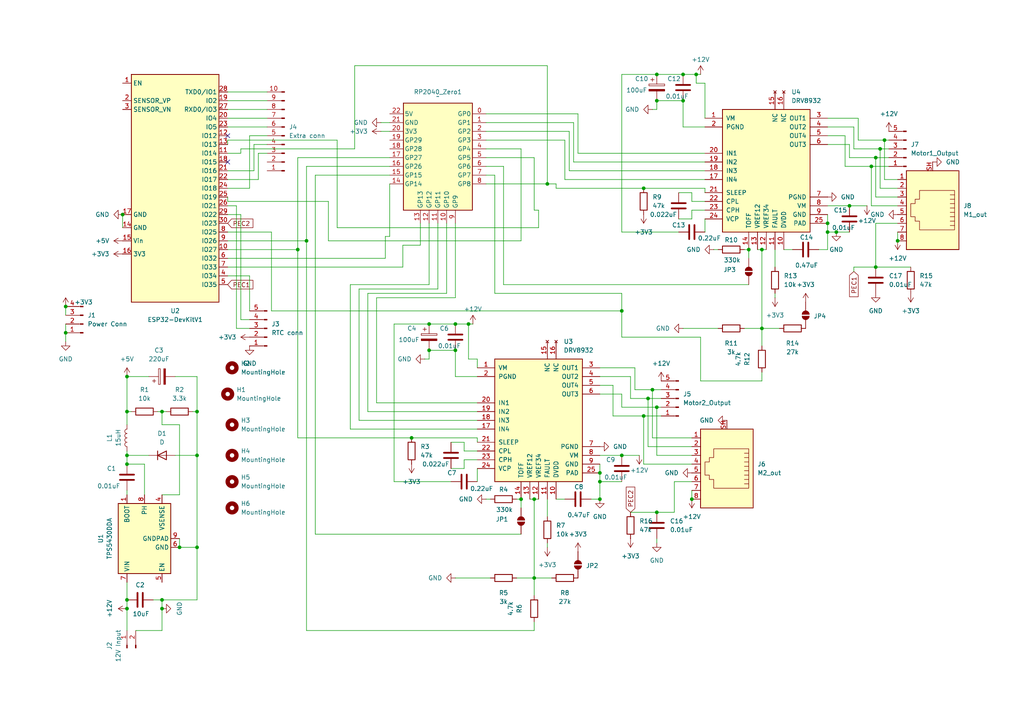
<source format=kicad_sch>
(kicad_sch (version 20231120) (generator "eeschema") (generator_version "8.0")
  (paper "A4")
  (junction (at 19.05 88.9))
  (junction (at 186.69 54.61))
  (junction (at 190.5 29.21))
  (junction (at 36.83 119.38))
  (junction (at 36.83 132.08))
  (junction (at 189.23 113.03))
  (junction (at 255.27 43.18))
  (junction (at 260.35 69.85))
  (junction (at 240.03 64.77))
  (junction (at 36.83 109.22))
  (junction (at 173.99 137.16))
  (junction (at 201.93 21.59))
  (junction (at 246.38 59.69))
  (junction (at 132.08 93.98))
  (junction (at 187.96 115.57))
  (junction (at 190.5 148.59))
  (junction (at 252.73 48.26))
  (junction (at 240.03 67.31))
  (junction (at 254 45.72))
  (junction (at 135.89 93.98))
  (junction (at 180.34 132.08))
  (junction (at 57.15 158.75))
  (junction (at 242.57 67.31))
  (junction (at 220.98 72.39))
  (junction (at 200.66 144.78))
  (junction (at 158.75 53.34))
  (junction (at 46.99 176.53))
  (junction (at 52.07 158.75))
  (junction (at 217.17 72.39))
  (junction (at 88.9 69.85))
  (junction (at 254 77.47))
  (junction (at 190.5 21.59))
  (junction (at 220.98 95.25))
  (junction (at 132.08 101.6))
  (junction (at 19.05 96.52))
  (junction (at 46.99 173.99))
  (junction (at 124.46 93.98))
  (junction (at 173.99 144.78))
  (junction (at 57.15 132.08))
  (junction (at 36.83 176.53))
  (junction (at 86.36 72.39))
  (junction (at 198.12 29.21))
  (junction (at 154.94 167.64))
  (junction (at 46.99 119.38))
  (junction (at 35.56 62.23))
  (junction (at 256.54 40.64))
  (junction (at 151.13 144.78))
  (junction (at 198.12 21.59))
  (junction (at 36.83 134.62))
  (junction (at 190.5 118.11))
  (junction (at 57.15 119.38))
  (junction (at 36.83 173.99))
  (junction (at 124.46 101.6))
  (junction (at 119.38 127))
  (junction (at 180.34 90.17))
  (junction (at 173.99 139.7))
  (junction (at 154.94 144.78))
  (junction (at 186.69 120.65))
  (no_connect (at 66.04 39.37))
  (no_connect (at 66.04 46.99))
  (wire (pts (xy 66.04 44.45) (xy 69.85 44.45)))
  (wire (pts (xy 88.9 182.88) (xy 154.94 182.88)))
  (wire (pts (xy 186.69 120.65) (xy 191.77 120.65)))
  (wire (pts (xy 166.37 46.99) (xy 204.47 46.99)))
  (wire (pts (xy 220.98 95.25) (xy 220.98 100.33)))
  (wire (pts (xy 134.62 133.35) (xy 134.62 135.89)))
  (wire (pts (xy 248.92 40.64) (xy 248.92 34.29)))
  (wire (pts (xy 132.08 86.36) (xy 109.22 86.36)))
  (wire (pts (xy 254 57.15) (xy 254 45.72)))
  (wire (pts (xy 240.03 72.39) (xy 240.03 67.31)))
  (wire (pts (xy 74.93 52.07) (xy 66.04 52.07)))
  (wire (pts (xy 45.72 119.38) (xy 46.99 119.38)))
  (wire (pts (xy 196.85 55.88) (xy 200.66 55.88)))
  (wire (pts (xy 72.39 54.61) (xy 66.04 54.61)))
  (wire (pts (xy 46.99 182.88) (xy 46.99 176.53)))
  (wire (pts (xy 151.13 43.18) (xy 140.97 43.18)))
  (wire (pts (xy 247.65 43.18) (xy 255.27 43.18)))
  (wire (pts (xy 57.15 158.75) (xy 52.07 158.75)))
  (wire (pts (xy 52.07 143.51) (xy 52.07 123.19)))
  (wire (pts (xy 171.45 144.78) (xy 173.99 144.78)))
  (wire (pts (xy 204.47 55.88) (xy 204.47 54.61)))
  (wire (pts (xy 180.34 118.11) (xy 190.5 118.11)))
  (wire (pts (xy 140.97 33.02) (xy 167.64 33.02)))
  (wire (pts (xy 204.47 36.83) (xy 198.12 36.83)))
  (wire (pts (xy 113.03 45.72) (xy 86.36 45.72)))
  (wire (pts (xy 189.23 113.03) (xy 191.77 113.03)))
  (wire (pts (xy 177.8 111.76) (xy 173.99 111.76)))
  (wire (pts (xy 140.97 144.78) (xy 142.24 144.78)))
  (wire (pts (xy 66.04 74.93) (xy 111.76 74.93)))
  (wire (pts (xy 173.99 132.08) (xy 180.34 132.08)))
  (wire (pts (xy 68.58 95.25) (xy 68.58 59.69)))
  (wire (pts (xy 189.23 127) (xy 189.23 113.03)))
  (wire (pts (xy 246.38 45.72) (xy 254 45.72)))
  (wire (pts (xy 173.99 137.16) (xy 173.99 139.7)))
  (wire (pts (xy 240.03 59.69) (xy 246.38 59.69)))
  (wire (pts (xy 72.39 90.17) (xy 72.39 80.01)))
  (wire (pts (xy 35.56 62.23) (xy 35.56 66.04)))
  (wire (pts (xy 134.62 135.89) (xy 130.81 135.89)))
  (wire (pts (xy 19.05 96.52) (xy 19.05 99.06)))
  (wire (pts (xy 113.03 35.56) (xy 110.49 35.56)))
  (wire (pts (xy 88.9 69.85) (xy 88.9 182.88)))
  (wire (pts (xy 39.37 182.88) (xy 46.99 182.88)))
  (wire (pts (xy 55.88 119.38) (xy 57.15 119.38)))
  (wire (pts (xy 156.21 60.96) (xy 156.21 66.04)))
  (wire (pts (xy 41.91 143.51) (xy 41.91 134.62)))
  (wire (pts (xy 154.94 60.96) (xy 156.21 60.96)))
  (wire (pts (xy 69.85 44.45) (xy 69.85 43.18)))
  (wire (pts (xy 224.79 72.39) (xy 224.79 77.47)))
  (wire (pts (xy 149.86 144.78) (xy 151.13 144.78)))
  (wire (pts (xy 198.12 36.83) (xy 198.12 29.21)))
  (wire (pts (xy 207.01 72.39) (xy 208.28 72.39)))
  (wire (pts (xy 97.79 40.64) (xy 66.04 40.64)))
  (wire (pts (xy 69.85 62.23) (xy 69.85 92.71)))
  (wire (pts (xy 201.93 21.59) (xy 201.93 24.13)))
  (wire (pts (xy 154.94 180.34) (xy 154.94 182.88)))
  (wire (pts (xy 66.04 69.85) (xy 88.9 69.85)))
  (wire (pts (xy 138.43 135.89) (xy 138.43 139.7)))
  (wire (pts (xy 161.29 54.61) (xy 161.29 53.34)))
  (wire (pts (xy 66.04 67.31) (xy 78.74 67.31)))
  (wire (pts (xy 138.43 104.14) (xy 135.89 104.14)))
  (wire (pts (xy 215.9 72.39) (xy 217.17 72.39)))
  (wire (pts (xy 72.39 80.01) (xy 66.04 80.01)))
  (wire (pts (xy 113.03 68.58) (xy 113.03 53.34)))
  (wire (pts (xy 134.62 130.81) (xy 138.43 130.81)))
  (wire (pts (xy 106.68 119.38) (xy 138.43 119.38)))
  (wire (pts (xy 180.34 139.7) (xy 173.99 139.7)))
  (wire (pts (xy 36.83 130.81) (xy 36.83 132.08)))
  (wire (pts (xy 158.75 19.05) (xy 158.75 53.34)))
  (wire (pts (xy 220.98 95.25) (xy 226.06 95.25)))
  (wire (pts (xy 97.79 66.04) (xy 97.79 40.64)))
  (wire (pts (xy 217.17 72.39) (xy 217.17 74.93)))
  (wire (pts (xy 180.34 21.59) (xy 190.5 21.59)))
  (wire (pts (xy 190.5 156.21) (xy 190.5 157.48)))
  (wire (pts (xy 66.04 29.21) (xy 77.47 29.21)))
  (wire (pts (xy 254 64.77) (xy 254 77.47)))
  (wire (pts (xy 57.15 132.08) (xy 57.15 158.75)))
  (wire (pts (xy 177.8 120.65) (xy 177.8 111.76)))
  (wire (pts (xy 254 77.47) (xy 264.16 77.47)))
  (wire (pts (xy 200.66 129.54) (xy 187.96 129.54)))
  (wire (pts (xy 184.15 113.03) (xy 189.23 113.03)))
  (wire (pts (xy 156.21 66.04) (xy 97.79 66.04)))
  (wire (pts (xy 129.54 64.77) (xy 129.54 85.09)))
  (wire (pts (xy 68.58 95.25) (xy 72.39 95.25)))
  (wire (pts (xy 36.83 142.24) (xy 36.83 143.51)))
  (wire (pts (xy 46.99 119.38) (xy 48.26 119.38)))
  (wire (pts (xy 260.35 54.61) (xy 255.27 54.61)))
  (wire (pts (xy 151.13 69.85) (xy 95.25 69.85)))
  (wire (pts (xy 190.5 31.75) (xy 190.5 29.21)))
  (wire (pts (xy 203.2 110.49) (xy 220.98 110.49)))
  (wire (pts (xy 245.11 39.37) (xy 240.03 39.37)))
  (wire (pts (xy 195.58 148.59) (xy 190.5 148.59)))
  (wire (pts (xy 91.44 154.94) (xy 151.13 154.94)))
  (wire (pts (xy 46.99 143.51) (xy 52.07 143.51)))
  (wire (pts (xy 247.65 36.83) (xy 240.03 36.83)))
  (wire (pts (xy 219.71 72.39) (xy 220.98 72.39)))
  (wire (pts (xy 187.96 129.54) (xy 187.96 115.57)))
  (wire (pts (xy 101.6 82.55) (xy 101.6 124.46)))
  (wire (pts (xy 135.89 104.14) (xy 135.89 93.98)))
  (wire (pts (xy 44.45 173.99) (xy 46.99 173.99)))
  (wire (pts (xy 66.04 49.53) (xy 73.66 49.53)))
  (wire (pts (xy 119.38 127) (xy 138.43 127)))
  (wire (pts (xy 182.88 148.59) (xy 190.5 148.59)))
  (wire (pts (xy 190.5 118.11) (xy 191.77 118.11)))
  (wire (pts (xy 260.35 52.07) (xy 256.54 52.07)))
  (wire (pts (xy 36.83 176.53) (xy 36.83 173.99)))
  (wire (pts (xy 166.37 35.56) (xy 166.37 46.99)))
  (wire (pts (xy 255.27 43.18) (xy 257.81 43.18)))
  (wire (pts (xy 198.12 95.25) (xy 208.28 95.25)))
  (wire (pts (xy 248.92 40.64) (xy 256.54 40.64)))
  (wire (pts (xy 151.13 43.18) (xy 151.13 69.85)))
  (wire (pts (xy 151.13 144.78) (xy 151.13 147.32)))
  (wire (pts (xy 78.74 90.17) (xy 180.34 90.17)))
  (wire (pts (xy 180.34 114.3) (xy 173.99 114.3)))
  (wire (pts (xy 66.04 36.83) (xy 77.47 36.83)))
  (wire (pts (xy 246.38 41.91) (xy 240.03 41.91)))
  (wire (pts (xy 57.15 119.38) (xy 57.15 132.08)))
  (wire (pts (xy 124.46 82.55) (xy 101.6 82.55)))
  (wire (pts (xy 200.66 127) (xy 189.23 127)))
  (wire (pts (xy 109.22 116.84) (xy 138.43 116.84)))
  (wire (pts (xy 196.85 67.31) (xy 180.34 67.31)))
  (wire (pts (xy 201.93 24.13) (xy 204.47 24.13)))
  (wire (pts (xy 165.1 49.53) (xy 204.47 49.53)))
  (wire (pts (xy 124.46 101.6) (xy 132.08 101.6)))
  (wire (pts (xy 113.03 38.1) (xy 110.49 38.1)))
  (wire (pts (xy 140.97 38.1) (xy 165.1 38.1)))
  (wire (pts (xy 114.3 93.98) (xy 124.46 93.98)))
  (wire (pts (xy 180.34 132.08) (xy 185.42 132.08)))
  (wire (pts (xy 186.69 134.62) (xy 186.69 120.65)))
  (wire (pts (xy 146.05 48.26) (xy 140.97 48.26)))
  (wire (pts (xy 260.35 57.15) (xy 254 57.15)))
  (wire (pts (xy 247.65 77.47) (xy 254 77.47)))
  (wire (pts (xy 77.47 39.37) (xy 72.39 39.37)))
  (wire (pts (xy 204.47 24.13) (xy 204.47 34.29)))
  (wire (pts (xy 200.66 55.88) (xy 200.66 58.42)))
  (wire (pts (xy 227.33 72.39) (xy 229.87 72.39)))
  (wire (pts (xy 154.94 60.96) (xy 154.94 45.72)))
  (wire (pts (xy 167.64 44.45) (xy 204.47 44.45)))
  (wire (pts (xy 203.2 97.79) (xy 180.34 97.79)))
  (wire (pts (xy 173.99 144.78) (xy 173.99 139.7)))
  (wire (pts (xy 165.1 38.1) (xy 165.1 49.53)))
  (wire (pts (xy 52.07 158.75) (xy 52.07 156.21)))
  (wire (pts (xy 102.87 19.05) (xy 158.75 19.05)))
  (wire (pts (xy 102.87 43.18) (xy 102.87 19.05)))
  (wire (pts (xy 154.94 167.64) (xy 154.94 172.72)))
  (wire (pts (xy 124.46 64.77) (xy 124.46 82.55)))
  (wire (pts (xy 158.75 53.34) (xy 161.29 53.34)))
  (wire (pts (xy 184.15 113.03) (xy 184.15 106.68)))
  (wire (pts (xy 95.25 69.85) (xy 95.25 58.42)))
  (wire (pts (xy 111.76 74.93) (xy 111.76 68.58)))
  (wire (pts (xy 113.03 48.26) (xy 88.9 48.26)))
  (wire (pts (xy 180.34 67.31) (xy 180.34 21.59)))
  (wire (pts (xy 200.66 63.5) (xy 196.85 63.5)))
  (wire (pts (xy 69.85 43.18) (xy 102.87 43.18)))
  (wire (pts (xy 130.81 128.27) (xy 134.62 128.27)))
  (wire (pts (xy 66.04 77.47) (xy 116.84 77.47)))
  (wire (pts (xy 153.67 144.78) (xy 154.94 144.78)))
  (wire (pts (xy 190.5 132.08) (xy 190.5 118.11)))
  (wire (pts (xy 247.65 43.18) (xy 247.65 36.83)))
  (wire (pts (xy 46.99 176.53) (xy 46.99 173.99)))
  (wire (pts (xy 66.04 62.23) (xy 69.85 62.23)))
  (wire (pts (xy 127 64.77) (xy 127 83.82)))
  (wire (pts (xy 132.08 64.77) (xy 132.08 86.36)))
  (wire (pts (xy 146.05 82.55) (xy 217.17 82.55)))
  (wire (pts (xy 78.74 67.31) (xy 78.74 90.17)))
  (wire (pts (xy 132.08 109.22) (xy 132.08 101.6)))
  (wire (pts (xy 256.54 40.64) (xy 257.81 40.64)))
  (wire (pts (xy 114.3 139.7) (xy 114.3 93.98)))
  (wire (pts (xy 138.43 127) (xy 138.43 128.27)))
  (wire (pts (xy 88.9 48.26) (xy 88.9 69.85)))
  (wire (pts (xy 248.92 34.29) (xy 240.03 34.29)))
  (wire (pts (xy 73.66 49.53) (xy 73.66 41.91)))
  (wire (pts (xy 72.39 39.37) (xy 72.39 54.61)))
  (wire (pts (xy 161.29 144.78) (xy 163.83 144.78)))
  (wire (pts (xy 161.29 54.61) (xy 186.69 54.61)))
  (wire (pts (xy 113.03 50.8) (xy 91.44 50.8)))
  (wire (pts (xy 101.6 124.46) (xy 138.43 124.46)))
  (wire (pts (xy 246.38 67.31) (xy 242.57 67.31)))
  (wire (pts (xy 190.5 21.59) (xy 198.12 21.59)))
  (wire (pts (xy 224.79 85.09) (xy 224.79 86.36)))
  (wire (pts (xy 46.99 123.19) (xy 46.99 119.38)))
  (wire (pts (xy 124.46 104.14) (xy 124.46 101.6)))
  (wire (pts (xy 180.34 118.11) (xy 180.34 114.3)))
  (wire (pts (xy 146.05 48.26) (xy 146.05 82.55)))
  (wire (pts (xy 36.83 119.38) (xy 38.1 119.38)))
  (wire (pts (xy 140.97 35.56) (xy 166.37 35.56)))
  (wire (pts (xy 149.86 167.64) (xy 154.94 167.64)))
  (wire (pts (xy 36.83 132.08) (xy 36.83 134.62)))
  (wire (pts (xy 138.43 133.35) (xy 134.62 133.35)))
  (wire (pts (xy 106.68 85.09) (xy 106.68 119.38)))
  (wire (pts (xy 95.25 58.42) (xy 66.04 58.42)))
  (wire (pts (xy 198.12 21.59) (xy 201.93 21.59)))
  (wire (pts (xy 143.51 50.8) (xy 140.97 50.8)))
  (wire (pts (xy 140.97 53.34) (xy 158.75 53.34)))
  (wire (pts (xy 69.85 92.71) (xy 72.39 92.71)))
  (wire (pts (xy 132.08 167.64) (xy 142.24 167.64)))
  (wire (pts (xy 203.2 110.49) (xy 203.2 97.79)))
  (wire (pts (xy 163.83 40.64) (xy 163.83 52.07)))
  (wire (pts (xy 220.98 107.95) (xy 220.98 110.49)))
  (wire (pts (xy 36.83 132.08) (xy 43.18 132.08)))
  (wire (pts (xy 132.08 93.98) (xy 135.89 93.98)))
  (wire (pts (xy 57.15 173.99) (xy 57.15 158.75)))
  (wire (pts (xy 200.66 132.08) (xy 190.5 132.08)))
  (wire (pts (xy 135.89 93.98) (xy 137.16 93.98)))
  (wire (pts (xy 184.15 106.68) (xy 173.99 106.68)))
  (wire (pts (xy 154.94 167.64) (xy 160.02 167.64)))
  (wire (pts (xy 177.8 120.65) (xy 186.69 120.65)))
  (wire (pts (xy 200.66 139.7) (xy 195.58 139.7)))
  (wire (pts (xy 104.14 83.82) (xy 104.14 121.92)))
  (wire (pts (xy 86.36 127) (xy 119.38 127)))
  (wire (pts (xy 46.99 173.99) (xy 57.15 173.99)))
  (wire (pts (xy 66.04 34.29) (xy 77.47 34.29)))
  (wire (pts (xy 116.84 77.47) (xy 116.84 71.12)))
  (wire (pts (xy 200.66 142.24) (xy 200.66 144.78)))
  (wire (pts (xy 36.83 173.99) (xy 36.83 168.91)))
  (wire (pts (xy 66.04 26.67) (xy 77.47 26.67)))
  (wire (pts (xy 187.96 115.57) (xy 191.77 115.57)))
  (wire (pts (xy 260.35 64.77) (xy 254 64.77)))
  (wire (pts (xy 52.07 123.19) (xy 46.99 123.19)))
  (wire (pts (xy 86.36 72.39) (xy 86.36 127)))
  (wire (pts (xy 154.94 144.78) (xy 154.94 167.64)))
  (wire (pts (xy 246.38 45.72) (xy 246.38 41.91)))
  (wire (pts (xy 66.04 40.64) (xy 66.04 41.91)))
  (wire (pts (xy 50.8 109.22) (xy 57.15 109.22)))
  (wire (pts (xy 86.36 45.72) (xy 86.36 72.39)))
  (wire (pts (xy 121.92 71.12) (xy 121.92 64.77)))
  (wire (pts (xy 77.47 44.45) (xy 74.93 44.45)))
  (wire (pts (xy 252.73 48.26) (xy 257.81 48.26)))
  (wire (pts (xy 180.34 97.79) (xy 180.34 90.17)))
  (wire (pts (xy 220.98 72.39) (xy 220.98 95.25)))
  (wire (pts (xy 66.04 72.39) (xy 86.36 72.39)))
  (wire (pts (xy 140.97 40.64) (xy 163.83 40.64)))
  (wire (pts (xy 109.22 86.36) (xy 109.22 116.84)))
  (wire (pts (xy 167.64 33.02) (xy 167.64 44.45)))
  (wire (pts (xy 200.66 58.42) (xy 204.47 58.42)))
  (wire (pts (xy 182.88 115.57) (xy 187.96 115.57)))
  (wire (pts (xy 57.15 109.22) (xy 57.15 119.38)))
  (wire (pts (xy 36.83 123.19) (xy 36.83 119.38)))
  (wire (pts (xy 195.58 139.7) (xy 195.58 148.59)))
  (wire (pts (xy 41.91 134.62) (xy 36.83 134.62)))
  (wire (pts (xy 173.99 134.62) (xy 173.99 137.16)))
  (wire (pts (xy 247.65 78.74) (xy 247.65 77.47)))
  (wire (pts (xy 182.88 115.57) (xy 182.88 109.22)))
  (wire (pts (xy 245.11 48.26) (xy 245.11 39.37)))
  (wire (pts (xy 123.19 104.14) (xy 124.46 104.14)))
  (wire (pts (xy 154.94 144.78) (xy 156.21 144.78)))
  (wire (pts (xy 104.14 121.92) (xy 138.43 121.92)))
  (wire (pts (xy 220.98 72.39) (xy 222.25 72.39)))
  (wire (pts (xy 204.47 63.5) (xy 204.47 67.31)))
  (wire (pts (xy 74.93 44.45) (xy 74.93 52.07)))
  (wire (pts (xy 36.83 109.22) (xy 36.83 119.38)))
  (wire (pts (xy 143.51 85.09) (xy 143.51 50.8)))
  (wire (pts (xy 237.49 72.39) (xy 240.03 72.39)))
  (wire (pts (xy 124.46 93.98) (xy 132.08 93.98)))
  (wire (pts (xy 143.51 85.09) (xy 180.34 85.09)))
  (wire (pts (xy 91.44 50.8) (xy 91.44 154.94)))
  (wire (pts (xy 36.83 182.88) (xy 36.83 176.53)))
  (wire (pts (xy 158.75 157.48) (xy 158.75 158.75)))
  (wire (pts (xy 138.43 109.22) (xy 132.08 109.22)))
  (wire (pts (xy 66.04 58.42) (xy 66.04 57.15)))
  (wire (pts (xy 50.8 132.08) (xy 57.15 132.08)))
  (wire (pts (xy 260.35 67.31) (xy 260.35 69.85)))
  (wire (pts (xy 260.35 59.69) (xy 252.73 59.69)))
  (wire (pts (xy 242.57 67.31) (xy 240.03 67.31)))
  (wire (pts (xy 134.62 128.27) (xy 134.62 130.81)))
  (wire (pts (xy 154.94 45.72) (xy 140.97 45.72)))
  (wire (pts (xy 201.93 21.59) (xy 203.2 21.59)))
  (wire (pts (xy 240.03 62.23) (xy 240.03 64.77)))
  (wire (pts (xy 130.81 139.7) (xy 114.3 139.7)))
  (wire (pts (xy 138.43 104.14) (xy 138.43 106.68)))
  (wire (pts (xy 204.47 54.61) (xy 186.69 54.61)))
  (wire (pts (xy 111.76 68.58) (xy 113.03 68.58)))
  (wire (pts (xy 129.54 85.09) (xy 106.68 85.09)))
  (wire (pts (xy 254 45.72) (xy 257.81 45.72)))
  (wire (pts (xy 66.04 31.75) (xy 77.47 31.75)))
  (wire (pts (xy 200.66 60.96) (xy 200.66 63.5)))
  (wire (pts (xy 255.27 54.61) (xy 255.27 43.18)))
  (wire (pts (xy 256.54 52.07) (xy 256.54 40.64)))
  (wire (pts (xy 245.11 48.26) (xy 252.73 48.26)))
  (wire (pts (xy 246.38 59.69) (xy 251.46 59.69)))
  (wire (pts (xy 190.5 29.21) (xy 198.12 29.21)))
  (wire (pts (xy 127 83.82) (xy 104.14 83.82)))
  (wire (pts (xy 68.58 59.69) (xy 66.04 59.69)))
  (wire (pts (xy 43.18 109.22) (xy 36.83 109.22)))
  (wire (pts (xy 163.83 52.07) (xy 204.47 52.07)))
  (wire (pts (xy 252.73 59.69) (xy 252.73 48.26)))
  (wire (pts (xy 189.23 31.75) (xy 190.5 31.75)))
  (wire (pts (xy 215.9 95.25) (xy 220.98 95.25)))
  (wire (pts (xy 77.47 41.91) (xy 73.66 41.91)))
  (wire (pts (xy 158.75 144.78) (xy 158.75 149.86)))
  (wire (pts (xy 182.88 109.22) (xy 173.99 109.22)))
  (wire (pts (xy 19.05 93.98) (xy 19.05 96.52)))
  (wire (pts (xy 19.05 88.9) (xy 19.05 91.44)))
  (wire (pts (xy 200.66 134.62) (xy 186.69 134.62)))
  (wire (pts (xy 204.47 60.96) (xy 200.66 60.96)))
  (wire (pts (xy 180.34 90.17) (xy 180.34 85.09)))
  (wire (pts (xy 116.84 71.12) (xy 121.92 71.12)))
  (wire (pts (xy 240.03 64.77) (xy 240.03 67.31)))
  (global_label "PEC2" (shape input) (at 66.04 64.77 0) (property "Intersheetrefs" "${INTERSHEET_REFS}" (effects (hide yes))))
  (global_label "PEC2" (shape input) (at 182.88 148.59 90) (property "Intersheetrefs" "${INTERSHEET_REFS}" (effects (hide yes))))
  (global_label "PEC1" (shape input) (at 66.04 82.55 0) (property "Intersheetrefs" "${INTERSHEET_REFS}" (effects (hide yes))))
  (global_label "PEC1" (shape input) (at 247.65 78.74 270) (property "Intersheetrefs" "${INTERSHEET_REFS}" (effects (hide yes))))
  (symbol (lib_id "CUSTOM:DRV8932_VQFN") (at 156.21 116.84 0) (unit 1)
    (property "Reference" "U3" (at 163.4841 99.06 0) (effects (justify left)))
    (property "Value" "DRV8932" (at 163.4841 101.6 0) (effects (justify left)))
    (property "Footprint" "Custom:VQFN-24-1EP_4x4mm_P0.5mm_EP2.45x2.45mm_BIGThermalVias" (effects (hide yes)))
    (property "LCSC" "C2876703" (effects (hide yes)))
  )
  (symbol (lib_id "power:+3V3") (at 19.05 88.9 0) (unit 1)
    (property "Reference" "#PWR01" (effects (hide yes)))
    (property "Value" "+3V3" (at 21.59 87.6299 0) (effects (justify left)))
    (property "Description" "Power symbol creates a global label with name \"+3V3\"" (effects (hide yes)))
  )
  (symbol (lib_id "Connector:Conn_01x10_Pin") (at 82.55 39.37 180) (unit 1)
    (property "Reference" "J4" (at 83.82 36.8299 0) (effects (justify right)))
    (property "Value" "Extra conn" (at 83.82 39.3699 0) (effects (justify right)))
    (property "Footprint" "Connector_PinSocket_2.54mm:PinSocket_1x10_P2.54mm_Vertical" (effects (hide yes)))
    (property "Description" "Generic connector, single row, 01x10, script generated" (effects (hide yes)))
  )
  (symbol (lib_id "power:GND") (at 72.39 100.33 0) (unit 1)
    (property "Reference" "#PWR010" (effects (hide yes)))
    (property "Value" "GND" (at 72.39 105.41 0))
    (property "Description" "Power symbol creates a global label with name \"GND\" , ground" (effects (hide yes)))
  )
  (symbol (lib_id "Device:R") (at 119.38 130.81 0) (unit 1)
    (property "Reference" "R3" (at 121.92 129.5399 0) (effects (justify left)))
    (property "Value" "47k" (at 121.92 132.0799 0) (effects (justify left)))
    (property "Footprint" "Resistor_SMD:R_0603_1608Metric" (effects (hide yes)))
    (property "Description" "Resistor" (effects (hide yes)))
  )
  (symbol (lib_id "power:GND") (at 123.19 104.14 270) (unit 1)
    (property "Reference" "#PWR014" (effects (hide yes)))
    (property "Value" "GND" (at 119.38 104.1399 90) (effects (justify right)))
    (property "Description" "Power symbol creates a global label with name \"GND\" , ground" (effects (hide yes)))
  )
  (symbol (lib_id "Device:C") (at 254 81.28 0) (unit 1)
    (property "Reference" "C17" (at 257.81 80.0099 0) (effects (justify left)))
    (property "Value" "0.01uF" (at 257.81 82.5499 0) (effects (justify left)))
    (property "Footprint" "Capacitor_SMD:C_0402_1005Metric" (effects (hide yes)))
    (property "Description" "Unpolarized capacitor" (effects (hide yes)))
  )
  (symbol (lib_id "Device:R") (at 212.09 72.39 90) (unit 1)
    (property "Reference" "R10" (at 212.09 69.596 90))
    (property "Value" "330k" (at 212.344 75.438 90))
    (property "Footprint" "Resistor_SMD:R_0603_1608Metric" (effects (hide yes)))
    (property "Description" "Resistor" (effects (hide yes)))
  )
  (symbol (lib_id "Device:C") (at 40.64 173.99 90) (unit 1)
    (property "Reference" "C2" (at 40.64 169.672 90))
    (property "Value" "10uF" (at 40.894 178.054 90))
    (property "Footprint" "Capacitor_SMD:C_0603_1608Metric" (effects (hide yes)))
    (property "Description" "Unpolarized capacitor" (effects (hide yes)))
  )
  (symbol (lib_id "Device:R") (at 229.87 95.25 90) (unit 1)
    (property "Reference" "R14" (at 229.87 99.568 90))
    (property "Value" "27k" (at 229.87 102.108 90))
    (property "Footprint" "Resistor_SMD:R_0603_1608Metric" (effects (hide yes)))
    (property "Description" "Resistor" (effects (hide yes)))
  )
  (symbol (lib_id "Device:C") (at 190.5 152.4 0) (unit 1)
    (property "Reference" "C16" (at 194.31 151.1299 0) (effects (justify left)))
    (property "Value" "0.01uF" (at 194.31 153.6699 0) (effects (justify left)))
    (property "Footprint" "Capacitor_SMD:C_0402_1005Metric" (effects (hide yes)))
    (property "Description" "Unpolarized capacitor" (effects (hide yes)))
  )
  (symbol (lib_id "CUSTOM:WS_RP2040_Zero") (at 127 41.91 0) (unit 1)
    (property "Reference" "RP2040_Zero1" (at 127 26.67 0))
    (property "Value" "~" (at 127 27.94 0))
    (property "Footprint" "Custom:WS_Pico_Zero_header" (effects (hide yes)))
  )
  (symbol (lib_id "power:GND") (at 260.35 62.23 270) (unit 1)
    (property "Reference" "#PWR038" (effects (hide yes)))
    (property "Value" "GND" (at 256.54 62.2299 90) (effects (justify right)))
    (property "Description" "Power symbol creates a global label with name \"GND\" , ground" (effects (hide yes)))
  )
  (symbol (lib_id "Device:R") (at 146.05 167.64 90) (unit 1)
    (property "Reference" "R5" (at 146.05 171.958 90))
    (property "Value" "3k" (at 146.05 174.498 90))
    (property "Footprint" "Resistor_SMD:R_0603_1608Metric" (effects (hide yes)))
    (property "Description" "Resistor" (effects (hide yes)))
  )
  (symbol (lib_id "power:+3V3") (at 72.39 97.79 90) (unit 1)
    (property "Reference" "#PWR09" (effects (hide yes)))
    (property "Value" "+3V3" (at 68.58 97.7899 90) (effects (justify left)))
    (property "Description" "Power symbol creates a global label with name \"+3V3\"" (effects (hide yes)))
  )
  (symbol (lib_id "power:GND") (at 242.57 67.31 0) (unit 1)
    (property "Reference" "#PWR035" (effects (hide yes)))
    (property "Value" "GND" (at 242.57 72.39 0))
    (property "Description" "Power symbol creates a global label with name \"GND\" , ground" (effects (hide yes)))
  )
  (symbol (lib_id "Mechanical:MountingHole") (at 67.31 147.32 0) (unit 1) (exclude_from_sim yes) (in_bom no)
    (property "Reference" "H6" (at 69.85 146.0499 0) (effects (justify left)))
    (property "Value" "MountingHole" (at 69.85 148.5899 0) (effects (justify left)))
    (property "Footprint" "Custom:JLCPCB_MountingHole" (effects (hide yes)))
    (property "Description" "Mounting Hole without connection" (effects (hide yes)))
  )
  (symbol (lib_id "Mechanical:MountingHole") (at 67.31 123.19 0) (unit 1) (exclude_from_sim yes) (in_bom no)
    (property "Reference" "H3" (at 69.85 121.9199 0) (effects (justify left)))
    (property "Value" "MountingHole" (at 69.85 124.4599 0) (effects (justify left)))
    (property "Footprint" "Custom:JLCPCB_MountingHole" (effects (hide yes)))
    (property "Description" "Mounting Hole without connection" (effects (hide yes)))
  )
  (symbol (lib_id "power:GND") (at 200.66 137.16 270) (unit 1)
    (property "Reference" "#PWR027" (effects (hide yes)))
    (property "Value" "GND" (at 196.85 137.1599 90) (effects (justify right)))
    (property "Description" "Power symbol creates a global label with name \"GND\" , ground" (effects (hide yes)))
  )
  (symbol (lib_id "Mechanical:MountingHole") (at 66.04 114.3 0) (unit 1) (exclude_from_sim yes) (in_bom no)
    (property "Reference" "H1" (at 68.58 113.0299 0) (effects (justify left)))
    (property "Value" "MountingHole" (at 68.58 115.5699 0) (effects (justify left)))
    (property "Footprint" "Custom:JLCPCB_MountingHole" (effects (hide yes)))
    (property "Description" "Mounting Hole without connection" (effects (hide yes)))
  )
  (symbol (lib_id "power:+12V") (at 257.81 38.1 0) (unit 1)
    (property "Reference" "#PWR037" (effects (hide yes)))
    (property "Value" "+12V" (at 257.81 33.02 0))
    (property "Description" "Power symbol creates a global label with name \"+12V\"" (effects (hide yes)))
  )
  (symbol (lib_id "Device:C") (at 134.62 139.7 270) (unit 1)
    (property "Reference" "C7" (at 131.064 137.16 90))
    (property "Value" "0.22uF" (at 139.7 141.732 90))
    (property "Footprint" "Capacitor_SMD:C_0603_1608Metric" (effects (hide yes)))
    (property "Description" "Unpolarized capacitor" (effects (hide yes)))
  )
  (symbol (lib_id "power:+3V3") (at 264.16 85.09 180) (unit 1)
    (property "Reference" "#PWR044" (effects (hide yes)))
    (property "Value" "+3V3" (at 264.16 90.17 0))
    (property "Description" "Power symbol creates a global label with name \"+3V3\"" (effects (hide yes)))
  )
  (symbol (lib_id "Device:R") (at 212.09 95.25 90) (unit 1)
    (property "Reference" "R11" (at 212.09 99.568 90))
    (property "Value" "3k" (at 212.09 102.108 90))
    (property "Footprint" "Resistor_SMD:R_0603_1608Metric" (effects (hide yes)))
    (property "Description" "Resistor" (effects (hide yes)))
  )
  (symbol (lib_id "CUSTOM:ESP32-DevKitV1") (at 50.8 54.61 0) (unit 1)
    (property "Reference" "U2" (at 50.8 90.17 0))
    (property "Value" "ESP32-DevKitV1" (at 50.8 92.71 0))
    (property "Footprint" "Custom:ESP32-DevKitV1" (effects (hide yes)))
  )
  (symbol (lib_id "power:+12V") (at 137.16 93.98 0) (unit 1)
    (property "Reference" "#PWR016" (effects (hide yes)))
    (property "Value" "+12V" (at 137.16 89.662 0))
    (property "Description" "Power symbol creates a global label with name \"+12V\"" (effects (hide yes)))
  )
  (symbol (lib_id "Connector:Conn_01x05_Pin") (at 262.89 43.18 180) (unit 1)
    (property "Reference" "J7" (at 264.16 41.9099 0) (effects (justify right)))
    (property "Value" "Motor1_Output" (at 264.16 44.4499 0) (effects (justify right)))
    (property "Footprint" "Connector_JST:JST_XH_B5B-XH-A_1x05_P2.50mm_Vertical" (effects (hide yes)))
    (property "Description" "Generic connector, single row, 01x05, script generated" (effects (hide yes)))
  )
  (symbol (lib_id "Device:R") (at 52.07 119.38 90) (unit 1)
    (property "Reference" "R2" (at 52.07 113.03 90))
    (property "Value" "3.3k" (at 52.07 115.57 90))
    (property "Footprint" "Resistor_SMD:R_0603_1608Metric" (effects (hide yes)))
    (property "Description" "Resistor" (effects (hide yes)))
  )
  (symbol (lib_id "Jumper:SolderJumper_2_Open") (at 233.68 91.44 90) (unit 1) (exclude_from_sim yes) (in_bom no)
    (property "Reference" "JP4" (at 235.966 91.694 90) (effects (justify right)))
    (property "Value" "M1_Vref_5V" (effects (hide yes)))
    (property "Footprint" "Jumper:SolderJumper-2_P1.3mm_Open_TrianglePad1.0x1.5mm" (effects (hide yes)))
    (property "Description" "Solder Jumper, 2-pole, open" (effects (hide yes)))
  )
  (symbol (lib_id "Device:L") (at 36.83 127 180) (unit 1)
    (property "Reference" "L1" (at 31.75 127 90))
    (property "Value" "15uH" (at 34.29 127 90))
    (property "Footprint" "Inductor_SMD:L_Changjiang_FNR5040S" (effects (hide yes)))
    (property "Description" "Inductor" (effects (hide yes)))
    (property "LCSC" "C167969" (effects (hide yes)))
  )
  (symbol (lib_id "Connector:Conn_01x05_Pin") (at 77.47 95.25 180) (unit 1)
    (property "Reference" "J3" (at 78.74 93.9799 0) (effects (justify right)))
    (property "Value" "RTC conn" (at 78.74 96.5199 0) (effects (justify right)))
    (property "Footprint" "Connector_PinHeader_2.54mm:PinHeader_1x05_P2.54mm_Vertical" (effects (hide yes)))
    (property "Description" "Generic connector, single row, 01x05, script generated" (effects (hide yes)))
  )
  (symbol (lib_id "power:GND") (at 140.97 144.78 270) (unit 1)
    (property "Reference" "#PWR017" (effects (hide yes)))
    (property "Value" "GND" (at 137.16 144.7799 90) (effects (justify right)))
    (property "Description" "Power symbol creates a global label with name \"GND\" , ground" (effects (hide yes)))
  )
  (symbol (lib_id "Device:R") (at 264.16 81.28 0) (unit 1)
    (property "Reference" "R15" (at 266.7 80.0099 0) (effects (justify left)))
    (property "Value" "47k" (at 266.7 82.5499 0) (effects (justify left)))
    (property "Footprint" "Resistor_SMD:R_0603_1608Metric" (effects (hide yes)))
    (property "Description" "Resistor" (effects (hide yes)))
  )
  (symbol (lib_id "Device:R") (at 186.69 58.42 0) (unit 1)
    (property "Reference" "R9" (at 189.23 57.1499 0) (effects (justify left)))
    (property "Value" "47k" (at 189.23 59.6899 0) (effects (justify left)))
    (property "Footprint" "Resistor_SMD:R_0603_1608Metric" (effects (hide yes)))
    (property "Description" "Resistor" (effects (hide yes)))
  )
  (symbol (lib_id "Device:C") (at 246.38 63.5 0) (unit 1)
    (property "Reference" "C15" (at 241.808 60.96 0) (effects (justify left)))
    (property "Value" "0.01uF" (at 241.3 66.04 0) (effects (justify left)))
    (property "Footprint" "Capacitor_SMD:C_0402_1005Metric" (effects (hide yes)))
    (property "Description" "Unpolarized capacitor" (effects (hide yes)))
  )
  (symbol (lib_id "Mechanical:MountingHole") (at 67.31 132.08 0) (unit 1) (exclude_from_sim yes) (in_bom no)
    (property "Reference" "H4" (at 69.85 130.8099 0) (effects (justify left)))
    (property "Value" "MountingHole" (at 69.85 133.3499 0) (effects (justify left)))
    (property "Footprint" "MountingHole:MountingHole_2.2mm_M2" (effects (hide yes)))
    (property "Description" "Mounting Hole without connection" (effects (hide yes)))
  )
  (symbol (lib_id "power:+5V") (at 36.83 109.22 0) (unit 1)
    (property "Reference" "#PWR06" (effects (hide yes)))
    (property "Value" "+5V" (at 36.83 104.14 0))
    (property "Description" "Power symbol creates a global label with name \"+5V\"" (effects (hide yes)))
  )
  (symbol (lib_id "Device:R") (at 41.91 119.38 90) (unit 1)
    (property "Reference" "R1" (at 41.91 113.03 90))
    (property "Value" "10k" (at 41.91 115.57 90))
    (property "Footprint" "Resistor_SMD:R_0603_1608Metric" (effects (hide yes)))
    (property "Description" "Resistor" (effects (hide yes)))
  )
  (symbol (lib_id "Device:R") (at 220.98 104.14 0) (unit 1)
    (property "Reference" "R12" (at 216.662 104.14 90))
    (property "Value" "4.7k" (at 214.122 104.14 90))
    (property "Footprint" "Resistor_SMD:R_0603_1608Metric" (effects (hide yes)))
    (property "Description" "Resistor" (effects (hide yes)))
  )
  (symbol (lib_id "Connector:Conn_01x05_Pin") (at 196.85 115.57 180) (unit 1)
    (property "Reference" "J5" (at 198.12 114.2999 0) (effects (justify right)))
    (property "Value" "Motor2_Output" (at 198.12 116.8399 0) (effects (justify right)))
    (property "Footprint" "Connector_JST:JST_XH_B5B-XH-A_1x05_P2.50mm_Vertical" (effects (hide yes)))
    (property "Description" "Generic connector, single row, 01x05, script generated" (effects (hide yes)))
  )
  (symbol (lib_id "power:+3V3") (at 186.69 62.23 180) (unit 1)
    (property "Reference" "#PWR023" (effects (hide yes)))
    (property "Value" "+3V3" (at 186.69 67.31 0))
    (property "Description" "Power symbol creates a global label with name \"+3V3\"" (effects (hide yes)))
  )
  (symbol (lib_id "power:+3V3") (at 233.68 87.63 0) (unit 1)
    (property "Reference" "#PWR033" (effects (hide yes)))
    (property "Value" "+3V3" (at 233.68 82.55 0))
    (property "Description" "Power symbol creates a global label with name \"+3V3\"" (effects (hide yes)))
  )
  (symbol (lib_id "Connector:RJ45_Shielded") (at 270.51 59.69 180) (unit 1)
    (property "Reference" "J8" (at 279.4 59.6899 0) (effects (justify right)))
    (property "Value" "M1_out" (at 279.4 62.2299 0) (effects (justify right)))
    (property "Footprint" "Connector_RJ:RJ45_HALO_HFJ11-x2450HRL_Horizontal" (effects (hide yes)))
    (property "Description" "RJ connector, 8P8C (8 positions 8 connected), Shielded" (effects (hide yes)))
  )
  (symbol (lib_id "power:+12V") (at 203.2 21.59 0) (unit 1)
    (property "Reference" "#PWR029" (effects (hide yes)))
    (property "Value" "+12V" (at 203.2 17.272 0))
    (property "Description" "Power symbol creates a global label with name \"+12V\"" (effects (hide yes)))
  )
  (symbol (lib_id "Device:C") (at 132.08 97.79 0) (unit 1)
    (property "Reference" "C6" (at 127.508 95.25 0) (effects (justify left)))
    (property "Value" "0.01uF" (at 127 100.33 0) (effects (justify left)))
    (property "Footprint" "Capacitor_SMD:C_0402_1005Metric" (effects (hide yes)))
    (property "Description" "Unpolarized capacitor" (effects (hide yes)))
  )
  (symbol (lib_id "Connector:RJ45_Shielded") (at 210.82 134.62 180) (unit 1)
    (property "Reference" "J6" (at 219.71 134.6199 0) (effects (justify right)))
    (property "Value" "M2_out" (at 219.71 137.1599 0) (effects (justify right)))
    (property "Footprint" "Connector_RJ:RJ45_HALO_HFJ11-x2450HRL_Horizontal" (effects (hide yes)))
    (property "Description" "RJ connector, 8P8C (8 positions 8 connected), Shielded" (effects (hide yes)))
  )
  (symbol (lib_id "CUSTOM:DRV8932_VQFN") (at 222.25 44.45 0) (unit 1)
    (property "Reference" "U4" (at 229.5241 26.67 0) (effects (justify left)))
    (property "Value" "DRV8932" (at 229.5241 29.21 0) (effects (justify left)))
    (property "Footprint" "Custom:VQFN-24-1EP_4x4mm_P0.5mm_EP2.45x2.45mm_BIGThermalVias" (effects (hide yes)))
    (property "LCSC" "C2876703" (effects (hide yes)))
  )
  (symbol (lib_id "Connector:Conn_01x02_Pin") (at 36.83 187.96 90) (unit 1)
    (property "Reference" "J2" (at 31.75 187.325 0))
    (property "Value" "12V Input" (at 34.29 187.325 0))
    (property "Footprint" "Connector_JST:JST_NV_B02P-NV_1x02_P5.00mm_Vertical" (effects (hide yes)))
    (property "Description" "Generic connector, single row, 01x02, script generated" (effects (hide yes)))
  )
  (symbol (lib_id "Jumper:SolderJumper_2_Open") (at 151.13 151.13 90) (unit 1) (exclude_from_sim yes) (in_bom no)
    (property "Reference" "JP1" (at 143.764 150.622 90) (effects (justify right)))
    (property "Value" "M2_Toff_MCU" (effects (hide yes)))
    (property "Footprint" "Jumper:SolderJumper-2_P1.3mm_Open_TrianglePad1.0x1.5mm" (effects (hide yes)))
    (property "Description" "Solder Jumper, 2-pole, open" (effects (hide yes)))
  )
  (symbol (lib_id "power:GND") (at 132.08 167.64 270) (unit 1)
    (property "Reference" "#PWR015" (effects (hide yes)))
    (property "Value" "GND" (at 128.27 167.6399 90) (effects (justify right)))
    (property "Description" "Power symbol creates a global label with name \"GND\" , ground" (effects (hide yes)))
  )
  (symbol (lib_id "Device:C") (at 180.34 135.89 0) (unit 1)
    (property "Reference" "C9" (at 175.768 133.35 0) (effects (justify left)))
    (property "Value" "0.01uF" (at 175.26 138.43 0) (effects (justify left)))
    (property "Footprint" "Capacitor_SMD:C_0402_1005Metric" (effects (hide yes)))
    (property "Description" "Unpolarized capacitor" (effects (hide yes)))
  )
  (symbol (lib_id "power:GND") (at 198.12 95.25 270) (unit 1)
    (property "Reference" "#PWR026" (effects (hide yes)))
    (property "Value" "GND" (at 194.31 95.2499 90) (effects (justify right)))
    (property "Description" "Power symbol creates a global label with name \"GND\" , ground" (effects (hide yes)))
  )
  (symbol (lib_id "power:GND") (at 35.56 62.23 270) (unit 1)
    (property "Reference" "#PWR03" (effects (hide yes)))
    (property "Value" "GND" (at 31.75 62.2299 90) (effects (justify right)))
    (property "Description" "Power symbol creates a global label with name \"GND\" , ground" (effects (hide yes)))
  )
  (symbol (lib_id "power:GND") (at 254 85.09 0) (unit 1)
    (property "Reference" "#PWR042" (effects (hide yes)))
    (property "Value" "GND" (at 254 90.17 0))
    (property "Description" "Power symbol creates a global label with name \"GND\" , ground" (effects (hide yes)))
  )
  (symbol (lib_id "Device:R") (at 163.83 167.64 90) (unit 1)
    (property "Reference" "R8" (at 163.83 171.958 90))
    (property "Value" "27k" (at 163.83 174.498 90))
    (property "Footprint" "Resistor_SMD:R_0603_1608Metric" (effects (hide yes)))
    (property "Description" "Resistor" (effects (hide yes)))
  )
  (symbol (lib_id "power:GND") (at 46.99 176.53 90) (unit 1)
    (property "Reference" "#PWR08" (effects (hide yes)))
    (property "Value" "GND" (at 52.07 176.53 0))
    (property "Description" "Power symbol creates a global label with name \"GND\" , ground" (effects (hide yes)))
  )
  (symbol (lib_id "power:+3V3") (at 167.64 160.02 0) (unit 1)
    (property "Reference" "#PWR019" (effects (hide yes)))
    (property "Value" "+3V3" (at 167.64 154.94 0))
    (property "Description" "Power symbol creates a global label with name \"+3V3\"" (effects (hide yes)))
  )
  (symbol (lib_id "Device:C_Polarized") (at 124.46 97.79 0) (unit 1)
    (property "Reference" "C4" (at 118.11 95.25 0) (effects (justify left)))
    (property "Value" "100uF" (at 115.57 98.552 0) (effects (justify left)))
    (property "Footprint" "Capacitor_THT:CP_Radial_D6.3mm_P2.50mm" (effects (hide yes)))
    (property "Description" "Polarized capacitor" (effects (hide yes)))
  )
  (symbol (lib_id "power:+3V3") (at 119.38 134.62 180) (unit 1)
    (property "Reference" "#PWR013" (effects (hide yes)))
    (property "Value" "+3V3" (at 119.38 139.7 0))
    (property "Description" "Power symbol creates a global label with name \"+3V3\"" (effects (hide yes)))
  )
  (symbol (lib_id "power:+12V") (at 251.46 59.69 180) (unit 1)
    (property "Reference" "#PWR036" (effects (hide yes)))
    (property "Value" "+12V" (at 251.46 64.008 0))
    (property "Description" "Power symbol creates a global label with name \"+12V\"" (effects (hide yes)))
  )
  (symbol (lib_id "power:+3V3") (at 182.88 156.21 180) (unit 1)
    (property "Reference" "#PWR043" (effects (hide yes)))
    (property "Value" "+3V3" (at 182.88 161.29 0))
    (property "Description" "Power symbol creates a global label with name \"+3V3\"" (effects (hide yes)))
  )
  (symbol (lib_id "power:+3V3") (at 224.79 86.36 180) (unit 1)
    (property "Reference" "#PWR032" (effects (hide yes)))
    (property "Value" "+3V3" (at 224.79 91.44 0))
    (property "Description" "Power symbol creates a global label with name \"+3V3\"" (effects (hide yes)))
  )
  (symbol (lib_id "Device:C_Polarized") (at 190.5 25.4 0) (unit 1)
    (property "Reference" "C10" (at 184.15 22.86 0) (effects (justify left)))
    (property "Value" "100uF" (at 181.61 26.162 0) (effects (justify left)))
    (property "Footprint" "Capacitor_THT:CP_Radial_D6.3mm_P2.50mm" (effects (hide yes)))
    (property "Description" "Polarized capacitor" (effects (hide yes)))
  )
  (symbol (lib_id "Device:R") (at 146.05 144.78 90) (unit 1)
    (property "Reference" "R4" (at 146.05 141.986 90))
    (property "Value" "330k" (at 146.304 147.828 90))
    (property "Footprint" "Resistor_SMD:R_0603_1608Metric" (effects (hide yes)))
    (property "Description" "Resistor" (effects (hide yes)))
  )
  (symbol (lib_id "Mechanical:MountingHole") (at 67.31 139.7 0) (unit 1) (exclude_from_sim yes) (in_bom no)
    (property "Reference" "H5" (at 69.85 138.4299 0) (effects (justify left)))
    (property "Value" "MountingHole" (at 69.85 140.9699 0) (effects (justify left)))
    (property "Footprint" "MountingHole:MountingHole_2.2mm_M2" (effects (hide yes)))
    (property "Description" "Mounting Hole without connection" (effects (hide yes)))
  )
  (symbol (lib_id "power:+12V") (at 191.77 110.49 0) (unit 1)
    (property "Reference" "#PWR025" (effects (hide yes)))
    (property "Value" "+12V" (at 191.77 105.41 0))
    (property "Description" "Power symbol creates a global label with name \"+12V\"" (effects (hide yes)))
  )
  (symbol (lib_id "Device:C") (at 130.81 132.08 0) (unit 1)
    (property "Reference" "C5" (effects (hide yes)))
    (property "Value" "0.022uF" (at 122.428 134.62 0) (effects (justify left)))
    (property "Footprint" "Capacitor_SMD:C_0402_1005Metric" (effects (hide yes)))
    (property "Description" "Unpolarized capacitor" (effects (hide yes)))
  )
  (symbol (lib_id "power:+3V3") (at 110.49 38.1 90) (unit 1)
    (property "Reference" "#PWR012" (effects (hide yes)))
    (property "Value" "+3V3" (at 106.68 38.1001 90) (effects (justify left)))
    (property "Description" "Power symbol creates a global label with name \"+3V3\"" (effects (hide yes)))
  )
  (symbol (lib_id "power:+12V") (at 260.35 69.85 180) (unit 1)
    (property "Reference" "#PWR039" (effects (hide yes)))
    (property "Value" "+12V" (at 260.35 74.93 0))
    (property "Description" "Power symbol creates a global label with name \"+12V\"" (effects (hide yes)))
  )
  (symbol (lib_id "Device:C") (at 196.85 59.69 0) (unit 1)
    (property "Reference" "C11" (effects (hide yes)))
    (property "Value" "0.022uF" (at 188.468 62.23 0) (effects (justify left)))
    (property "Footprint" "Capacitor_SMD:C_0402_1005Metric" (effects (hide yes)))
    (property "Description" "Unpolarized capacitor" (effects (hide yes)))
  )
  (symbol (lib_id "power:+12V") (at 200.66 144.78 180) (unit 1)
    (property "Reference" "#PWR028" (effects (hide yes)))
    (property "Value" "+12V" (at 200.66 149.86 0))
    (property "Description" "Power symbol creates a global label with name \"+12V\"" (effects (hide yes)))
  )
  (symbol (lib_id "power:+12V") (at 36.83 176.53 90) (unit 1)
    (property "Reference" "#PWR07" (effects (hide yes)))
    (property "Value" "+12V" (at 31.75 176.53 0))
    (property "Description" "Power symbol creates a global label with name \"+12V\"" (effects (hide yes)))
  )
  (symbol (lib_id "power:GND") (at 240.03 57.15 90) (unit 1)
    (property "Reference" "#PWR034" (effects (hide yes)))
    (property "Value" "GND" (at 243.84 57.1499 90) (effects (justify right)))
    (property "Description" "Power symbol creates a global label with name \"GND\" , ground" (effects (hide yes)))
  )
  (symbol (lib_id "Device:C") (at 198.12 25.4 0) (unit 1)
    (property "Reference" "C12" (at 193.548 22.86 0) (effects (justify left)))
    (property "Value" "0.01uF" (at 193.04 27.94 0) (effects (justify left)))
    (property "Footprint" "Capacitor_SMD:C_0402_1005Metric" (effects (hide yes)))
    (property "Description" "Unpolarized capacitor" (effects (hide yes)))
  )
  (symbol (lib_id "power:+12V") (at 185.42 132.08 180) (unit 1)
    (property "Reference" "#PWR022" (effects (hide yes)))
    (property "Value" "+12V" (at 185.42 136.398 0))
    (property "Description" "Power symbol creates a global label with name \"+12V\"" (effects (hide yes)))
  )
  (symbol (lib_id "power:GND") (at 173.99 144.78 0) (unit 1)
    (property "Reference" "#PWR021" (effects (hide yes)))
    (property "Value" "GND" (at 173.99 149.86 0))
    (property "Description" "Power symbol creates a global label with name \"GND\" , ground" (effects (hide yes)))
  )
  (symbol (lib_id "Regulator_Switching:TPS5430DDA") (at 41.91 156.21 90) (unit 1)
    (property "Reference" "U1" (at 29.21 156.21 0))
    (property "Value" "TPS5430DDA" (at 31.75 156.21 0))
    (property "Footprint" "Package_SO:TI_SO-PowerPAD-8_ThermalVias" (effects (hide yes)))
    (property "Datasheet" "http://www.ti.com/lit/ds/symlink/tps5430.pdf" (effects (hide yes)))
    (property "Description" "3A, Step Down Swift Converter, Adjustable Output Voltage, 5.5-36V Input Voltage, PowerSO-8" (effects (hide yes)))
    (property "LCSC" "C9864" (effects (hide yes)))
  )
  (symbol (lib_id "power:+3V3") (at 35.56 73.66 90) (unit 1)
    (property "Reference" "#PWR05" (effects (hide yes)))
    (property "Value" "+3V3" (at 31.75 73.6601 90) (effects (justify left)))
    (property "Description" "Power symbol creates a global label with name \"+3V3\"" (effects (hide yes)))
  )
  (symbol (lib_id "Device:C") (at 36.83 138.43 0) (unit 1)
    (property "Reference" "C1" (at 30.988 135.89 0) (effects (justify left)))
    (property "Value" "0.01uF" (at 28.194 140.97 0) (effects (justify left)))
    (property "Footprint" "Capacitor_SMD:C_0402_1005Metric" (effects (hide yes)))
    (property "Description" "Unpolarized capacitor" (effects (hide yes)))
  )
  (symbol (lib_id "power:GND") (at 210.82 121.92 270) (unit 1)
    (property "Reference" "#PWR031" (effects (hide yes)))
    (property "Value" "GND" (at 207.01 121.9199 90) (effects (justify right)))
    (property "Description" "Power symbol creates a global label with name \"GND\" , ground" (effects (hide yes)))
  )
  (symbol (lib_id "Device:C") (at 233.68 72.39 90) (unit 1)
    (property "Reference" "C14" (at 233.934 68.834 90))
    (property "Value" "0.47uF" (at 233.934 76.962 90))
    (property "Footprint" "Capacitor_SMD:C_0603_1608Metric" (effects (hide yes)))
    (property "Description" "Unpolarized capacitor" (effects (hide yes)))
  )
  (symbol (lib_id "power:GND") (at 207.01 72.39 270) (unit 1)
    (property "Reference" "#PWR030" (effects (hide yes)))
    (property "Value" "GND" (at 203.2 72.3899 90) (effects (justify right)))
    (property "Description" "Power symbol creates a global label with name \"GND\" , ground" (effects (hide yes)))
  )
  (symbol (lib_id "Device:C_Polarized") (at 46.99 109.22 90) (unit 1)
    (property "Reference" "C3" (at 46.101 101.6 90))
    (property "Value" "220uF" (at 46.101 104.14 90))
    (property "Footprint" "Capacitor_THT:CP_Radial_D6.3mm_P2.50mm" (effects (hide yes)))
    (property "Description" "Polarized capacitor" (effects (hide yes)))
  )
  (symbol (lib_id "power:GND") (at 110.49 35.56 270) (unit 1)
    (property "Reference" "#PWR011" (effects (hide yes)))
    (property "Value" "GND" (at 106.68 35.5601 90) (effects (justify right)))
    (property "Description" "Power symbol creates a global label with name \"GND\" , ground" (effects (hide yes)))
  )
  (symbol (lib_id "Jumper:SolderJumper_2_Open") (at 217.17 78.74 90) (unit 1) (exclude_from_sim yes) (in_bom no)
    (property "Reference" "JP3" (at 209.804 78.232 90) (effects (justify right)))
    (property "Value" "M1_Toff_MCU" (effects (hide yes)))
    (property "Footprint" "Jumper:SolderJumper-2_P1.3mm_Open_TrianglePad1.0x1.5mm" (effects (hide yes)))
    (property "Description" "Solder Jumper, 2-pole, open" (effects (hide yes)))
  )
  (symbol (lib_id "power:+5V") (at 35.56 69.85 90) (unit 1)
    (property "Reference" "#PWR04" (effects (hide yes)))
    (property "Value" "+5V" (at 31.75 69.8499 90) (effects (justify left)))
    (property "Description" "Power symbol creates a global label with name \"+5V\"" (effects (hide yes)))
  )
  (symbol (lib_id "Device:R") (at 158.75 153.67 0) (unit 1)
    (property "Reference" "R7" (at 161.29 152.3999 0) (effects (justify left)))
    (property "Value" "10k" (at 161.29 154.9399 0) (effects (justify left)))
    (property "Footprint" "Resistor_SMD:R_0603_1608Metric" (effects (hide yes)))
    (property "Description" "Resistor" (effects (hide yes)))
  )
  (symbol (lib_id "power:GND") (at 19.05 99.06 0) (unit 1)
    (property "Reference" "#PWR02" (effects (hide yes)))
    (property "Value" "GND" (at 19.05 104.14 0))
    (property "Description" "Power symbol creates a global label with name \"GND\" , ground" (effects (hide yes)))
  )
  (symbol (lib_id "power:GND") (at 189.23 31.75 270) (unit 1)
    (property "Reference" "#PWR024" (effects (hide yes)))
    (property "Value" "GND" (at 185.42 31.7499 90) (effects (justify right)))
    (property "Description" "Power symbol creates a global label with name \"GND\" , ground" (effects (hide yes)))
  )
  (symbol (lib_id "Device:C") (at 167.64 144.78 90) (unit 1)
    (property "Reference" "C8" (at 167.894 141.224 90))
    (property "Value" "0.47uF" (at 167.894 149.352 90))
    (property "Footprint" "Capacitor_SMD:C_0603_1608Metric" (effects (hide yes)))
    (property "Description" "Unpolarized capacitor" (effects (hide yes)))
  )
  (symbol (lib_id "Device:R") (at 224.79 81.28 0) (unit 1)
    (property "Reference" "R13" (at 227.33 80.0099 0) (effects (justify left)))
    (property "Value" "10k" (at 227.33 82.5499 0) (effects (justify left)))
    (property "Footprint" "Resistor_SMD:R_0603_1608Metric" (effects (hide yes)))
    (property "Description" "Resistor" (effects (hide yes)))
  )
  (symbol (lib_id "Jumper:SolderJumper_2_Open") (at 167.64 163.83 90) (unit 1) (exclude_from_sim yes) (in_bom no)
    (property "Reference" "JP2" (at 169.926 164.084 90) (effects (justify right)))
    (property "Value" "M2_Vref_5V" (effects (hide yes)))
    (property "Footprint" "Jumper:SolderJumper-2_P1.3mm_Open_TrianglePad1.0x1.5mm" (effects (hide yes)))
    (property "Description" "Solder Jumper, 2-pole, open" (effects (hide yes)))
  )
  (symbol (lib_id "Device:R") (at 182.88 152.4 0) (unit 1)
    (property "Reference" "R16" (at 185.42 151.1299 0) (effects (justify left)))
    (property "Value" "47k" (at 185.42 153.6699 0) (effects (justify left)))
    (property "Footprint" "Resistor_SMD:R_0603_1608Metric" (effects (hide yes)))
    (property "Description" "Resistor" (effects (hide yes)))
  )
  (symbol (lib_id "Device:R") (at 154.94 176.53 0) (unit 1)
    (property "Reference" "R6" (at 150.622 176.53 90))
    (property "Value" "4.7k" (at 148.082 176.53 90))
    (property "Footprint" "Resistor_SMD:R_0603_1608Metric" (effects (hide yes)))
    (property "Description" "Resistor" (effects (hide yes)))
  )
  (symbol (lib_id "power:GND") (at 190.5 157.48 0) (unit 1)
    (property "Reference" "#PWR041" (effects (hide yes)))
    (property "Value" "GND" (at 190.5 162.56 0))
    (property "Description" "Power symbol creates a global label with name \"GND\" , ground" (effects (hide yes)))
  )
  (symbol (lib_id "Mechanical:MountingHole") (at 67.31 106.68 0) (unit 1) (exclude_from_sim yes) (in_bom no)
    (property "Reference" "H2" (at 69.85 105.4099 0) (effects (justify left)))
    (property "Value" "MountingHole" (at 69.85 107.9499 0) (effects (justify left)))
    (property "Footprint" "Custom:JLCPCB_MountingHole" (effects (hide yes)))
    (property "Description" "Mounting Hole without connection" (effects (hide yes)))
  )
  (symbol (lib_id "Connector:Conn_01x04_Pin") (at 24.13 93.98 180) (unit 1)
    (property "Reference" "J1" (at 25.4 91.4399 0) (effects (justify right)))
    (property "Value" "Power Conn" (at 25.4 93.9799 0) (effects (justify right)))
    (property "Footprint" "Connector_PinHeader_2.54mm:PinHeader_1x04_P2.54mm_Vertical" (effects (hide yes)))
    (property "Description" "Generic connector, single row, 01x04, script generated" (effects (hide yes)))
  )
  (symbol (lib_id "power:+3V3") (at 158.75 158.75 180) (unit 1)
    (property "Reference" "#PWR018" (effects (hide yes)))
    (property "Value" "+3V3" (at 158.75 163.83 0))
    (property "Description" "Power symbol creates a global label with name \"+3V3\"" (effects (hide yes)))
  )
  (symbol (lib_id "Device:C") (at 200.66 67.31 270) (unit 1)
    (property "Reference" "C13" (at 196.85 65.278 90))
    (property "Value" "0.22uF" (at 205.74 69.088 90))
    (property "Footprint" "Capacitor_SMD:C_0603_1608Metric" (effects (hide yes)))
    (property "Description" "Unpolarized capacitor" (effects (hide yes)))
  )
  (symbol (lib_id "power:GND") (at 173.99 129.54 90) (unit 1)
    (property "Reference" "#PWR020" (effects (hide yes)))
    (property "Value" "GND" (at 177.8 129.5399 90) (effects (justify right)))
    (property "Description" "Power symbol creates a global label with name \"GND\" , ground" (effects (hide yes)))
  )
  (symbol (lib_id "Device:D") (at 46.99 132.08 0) (unit 1)
    (property "Reference" "D1" (at 46.99 125.73 0))
    (property "Value" "D" (at 46.99 128.27 0))
    (property "Footprint" "Diode_SMD:D_SMA" (effects (hide yes)))
    (property "Description" "Diode" (effects (hide yes)))
    (property "Sim.Device" "D" (effects (hide yes)))
    (property "Sim.Pins" "1=K 2=A" (effects (hide yes)))
    (property "LCSC" "C14996" (effects (hide yes)))
  )
  (symbol (lib_id "power:GND") (at 270.51 46.99 90) (unit 1)
    (property "Reference" "#PWR040" (effects (hide yes)))
    (property "Value" "GND" (at 274.32 46.9899 90) (effects (justify right)))
    (property "Description" "Power symbol creates a global label with name \"GND\" , ground" (effects (hide yes)))
  )
)
</source>
